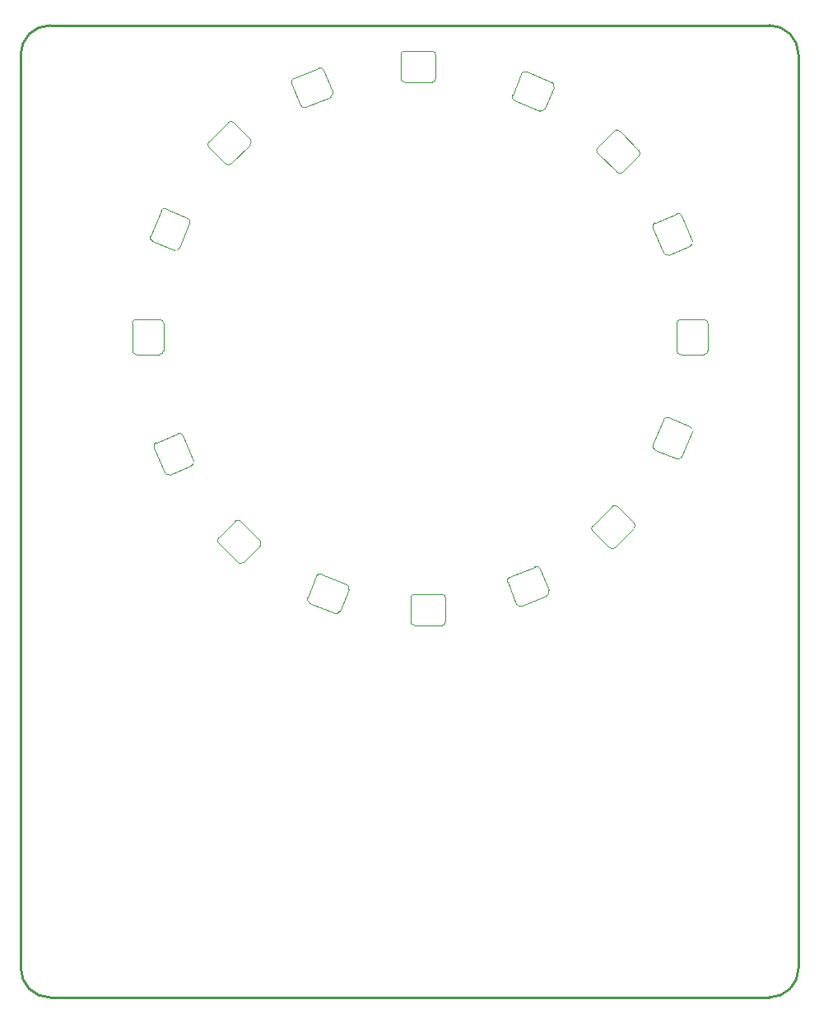
<source format=gko>
G04 Layer: BoardOutlineLayer*
G04 EasyEDA Pro v2.2.45.4, 2026-01-14 12:02:54*
G04 Gerber Generator version 0.3*
G04 Scale: 100 percent, Rotated: No, Reflected: No*
G04 Dimensions in millimeters*
G04 Leading zeros omitted, absolute positions, 4 integers and 5 decimals*
G04 Generated by one-click*
%FSLAX45Y45*%
%MOMM*%
%ADD10C,0.254*%
%ADD11C,0.0254*%
%ADD12C,0.3746*%
G75*


G04 PolygonModel Start*
G54D10*
G01X300000Y0D02*
G01X7700000Y0D01*
G01X8000000Y300000D02*
G01X8000000Y9700000D01*
G01X7700000Y10000000D02*
G01X300000Y10000000D01*
G01X0Y9700000D02*
G01X0Y300000D01*
G01X0Y300000D02*
G03X300000Y0I300000J0D01*
G01X7700000Y0D02*
G03X8000000Y300000I0J300000D01*
G01X8000000Y9699746D02*
G03X7700000Y10000000I-300000J254D01*
G01X300000Y10000000D02*
G03X0Y9700000I0J-300000D01*
G54D11*
G01X4269397Y9455772D02*
G02X4229400Y9415772I-40000J0D01*
G01X4229400Y9415793D01*
G01X3949400Y9415793D01*
G01X3948768Y9415777D01*
G02X3909400Y9455772I632J39995D01*
G01X3909400Y9455757D01*
G01X3909400Y9455800D01*
G01X3909400Y9695805D01*
G02X3949400Y9735802I40000J-3D01*
G01X4229400Y9735802D01*
G01X4229400Y9735823D01*
G02X4269397Y9695823I-3J-40000D01*
G01X4269397Y9455772D01*
G01X5390863Y9142027D02*
G02X5338603Y9120378I-36955J15307D01*
G01X5338611Y9120397D01*
G01X5079925Y9227548D01*
G01X5079335Y9227776D01*
G02X5058269Y9279792I15890J36708D01*
G01X5058264Y9279778D01*
G01X5058280Y9279818D01*
G01X5150126Y9501553D01*
G02X5202387Y9523198I36954J-15310D01*
G01X5461073Y9416047D01*
G01X5461081Y9416066D01*
G02X5482726Y9363805I-15310J-36954D01*
G01X5390863Y9142027D01*
G01X6189205Y8487350D02*
G02X6132638Y8487349I-28284J28284D01*
G01X6132653Y8487363D01*
G01X5934663Y8685353D01*
G01X5934205Y8685789D01*
G02X5934649Y8741907I28728J27833D01*
G01X5934638Y8741896D01*
G01X5934668Y8741926D01*
G01X6104377Y8911635D01*
G02X6160944Y8911633I28282J-28286D01*
G01X6358933Y8713644D01*
G01X6358948Y8713658D01*
G02X6358946Y8657092I-28286J-28282D01*
G01X6189205Y8487350D01*
G01X6663591Y7636372D02*
G02X6611329Y7658017I-15307J36955D01*
G01X6611348Y7658025D01*
G01X6504197Y7916711D01*
G01X6503941Y7917289D01*
G02X6525826Y7968965I37193J14721D01*
G01X6525812Y7968960D01*
G01X6525852Y7968976D01*
G01X6747587Y8060822D01*
G02X6799847Y8039173I15305J-36956D01*
G01X6906998Y7780487D01*
G01X6907017Y7780495D01*
G02X6885368Y7728235I-36956J-15305D01*
G01X6663591Y7636372D01*
G01X6788772Y6614503D02*
G02X6748772Y6654500I0J40000D01*
G01X6748793Y6654500D01*
G01X6748793Y6934500D01*
G01X6748777Y6935132D01*
G02X6788772Y6974500I39995J-632D01*
G01X6788757Y6974500D01*
G01X6788800Y6974500D01*
G01X7028805Y6974500D01*
G02X7068802Y6934500I-3J-40000D01*
G01X7068802Y6654500D01*
G01X7068823Y6654500D01*
G02X7028823Y6614503I-40000J3D01*
G01X6788772Y6614503D01*
G01X6525827Y5632737D02*
G02X6504178Y5684997I15307J36955D01*
G01X6504197Y5684989D01*
G01X6611348Y5943675D01*
G01X6611576Y5944265D01*
G02X6663592Y5965331I36708J-15890D01*
G01X6663578Y5965336D01*
G01X6663618Y5965320D01*
G01X6885353Y5873474D01*
G02X6906998Y5821213I-15310J-36954D01*
G01X6799847Y5562527D01*
G01X6799866Y5562519D01*
G02X6747605Y5540874I-36954J15310D01*
G01X6525827Y5632737D01*
G01X5883850Y4796295D02*
G02X5883849Y4852862I28284J28284D01*
G01X5883863Y4852847D01*
G01X6081853Y5050837D01*
G01X6082289Y5051295D01*
G02X6138407Y5050851I27833J-28728D01*
G01X6138396Y5050862D01*
G01X6138426Y5050832D01*
G01X6308135Y4881123D01*
G02X6308133Y4824556I-28286J-28282D01*
G01X6110144Y4626567D01*
G01X6110158Y4626552D01*
G02X6053592Y4626554I-28282J28286D01*
G01X5883850Y4796295D01*
G01X5007472Y4271109D02*
G02X5029117Y4323371I36955J15307D01*
G01X5029125Y4323352D01*
G01X5287811Y4430503D01*
G01X5288389Y4430759D01*
G02X5340065Y4408874I14721J-37193D01*
G01X5340060Y4408888D01*
G01X5340076Y4408848D01*
G01X5431922Y4187113D01*
G02X5410273Y4134853I-36956J-15305D01*
G01X5151587Y4027702D01*
G01X5151595Y4027683D01*
G02X5099335Y4049332I-15305J36956D01*
G01X5007472Y4271109D01*
G01X4011003Y4107828D02*
G02X4051000Y4147828I40000J0D01*
G01X4051000Y4147807D01*
G01X4331000Y4147807D01*
G01X4331632Y4147823D01*
G02X4371000Y4107828I-632J-39995D01*
G01X4371000Y4107843D01*
G01X4371000Y4107800D01*
G01X4371000Y3867795D01*
G02X4331000Y3827798I-40000J3D01*
G01X4051000Y3827798D01*
G01X4051000Y3827777D01*
G02X4011003Y3867777I3J40000D01*
G01X4011003Y4107828D01*
G01X3041937Y4332673D02*
G02X3094197Y4354322I36955J-15307D01*
G01X3094189Y4354303D01*
G01X3352875Y4247152D01*
G01X3353465Y4246924D01*
G02X3374531Y4194908I-15890J-36708D01*
G01X3374536Y4194922D01*
G01X3374520Y4194882D01*
G01X3282674Y3973147D01*
G02X3230413Y3951502I-36954J15310D01*
G01X2971727Y4058653D01*
G01X2971719Y4058634D01*
G02X2950074Y4110895I15310J36954D01*
G01X3041937Y4332673D01*
G01X2205495Y4898450D02*
G02X2262062Y4898451I28284J-28284D01*
G01X2262047Y4898437D01*
G01X2460037Y4700447D01*
G01X2460495Y4700011D01*
G02X2460051Y4643893I-28728J-27833D01*
G01X2460062Y4643904D01*
G01X2460032Y4643874D01*
G01X2290323Y4474165D01*
G02X2233756Y4474167I-28282J28286D01*
G01X2035767Y4672156D01*
G01X2035752Y4672142D01*
G02X2035754Y4728708I28286J28282D01*
G01X2205495Y4898450D01*
G01X1616809Y5800228D02*
G02X1669071Y5778583I15307J-36955D01*
G01X1669052Y5778575D01*
G01X1776203Y5519889D01*
G01X1776459Y5519311D01*
G02X1754574Y5467635I-37193J-14721D01*
G01X1754588Y5467640D01*
G01X1754548Y5467624D01*
G01X1532813Y5375778D01*
G02X1480553Y5397427I-15305J36956D01*
G01X1373402Y5656113D01*
G01X1373383Y5656105D01*
G02X1395032Y5708365I36956J15305D01*
G01X1616809Y5800228D01*
G01X1428128Y6974497D02*
G02X1468128Y6934500I0J-40000D01*
G01X1468107Y6934500D01*
G01X1468107Y6654500D01*
G01X1468123Y6653868D01*
G02X1428128Y6614500I-39995J632D01*
G01X1428143Y6614500D01*
G01X1428100Y6614500D01*
G01X1188095Y6614500D01*
G02X1148098Y6654500I3J40000D01*
G01X1148098Y6934500D01*
G01X1148077Y6934500D01*
G02X1188077Y6974497I40000J-3D01*
G01X1428128Y6974497D01*
G01X1716473Y8019763D02*
G02X1738122Y7967503I-15307J-36955D01*
G01X1738103Y7967511D01*
G01X1630952Y7708825D01*
G01X1630724Y7708235D01*
G02X1578708Y7687169I-36708J15890D01*
G01X1578722Y7687164D01*
G01X1578682Y7687180D01*
G01X1356947Y7779026D01*
G02X1335302Y7831287I15310J36954D01*
G01X1442453Y8089973D01*
G01X1442434Y8089981D01*
G02X1494695Y8111626I36954J-15310D01*
G01X1716473Y8019763D01*
G01X2358450Y8830805D02*
G02X2358451Y8774238I-28284J-28284D01*
G01X2358437Y8774253D01*
G01X2160447Y8576263D01*
G01X2160011Y8575805D01*
G02X2103893Y8576249I-27833J28728D01*
G01X2103904Y8576238D01*
G01X2103874Y8576268D01*
G01X1934165Y8745977D01*
G02X1934167Y8802544I28286J28282D01*
G01X2132156Y9000533D01*
G01X2132142Y9000548D01*
G02X2188708Y9000546I28282J-28286D01*
G01X2358450Y8830805D01*
G01X3209428Y9317891D02*
G02X3187783Y9265629I-36955J-15307D01*
G01X3187775Y9265648D01*
G01X2929089Y9158497D01*
G01X2928511Y9158241D01*
G02X2876835Y9180126I-14721J37193D01*
G01X2876840Y9180112D01*
G01X2876824Y9180152D01*
G01X2784978Y9401887D01*
G02X2806627Y9454147I36956J15305D01*
G01X3065313Y9561298D01*
G01X3065305Y9561317D01*
G02X3117565Y9539668I15305J-36956D01*
G01X3209428Y9317891D01*

M02*


</source>
